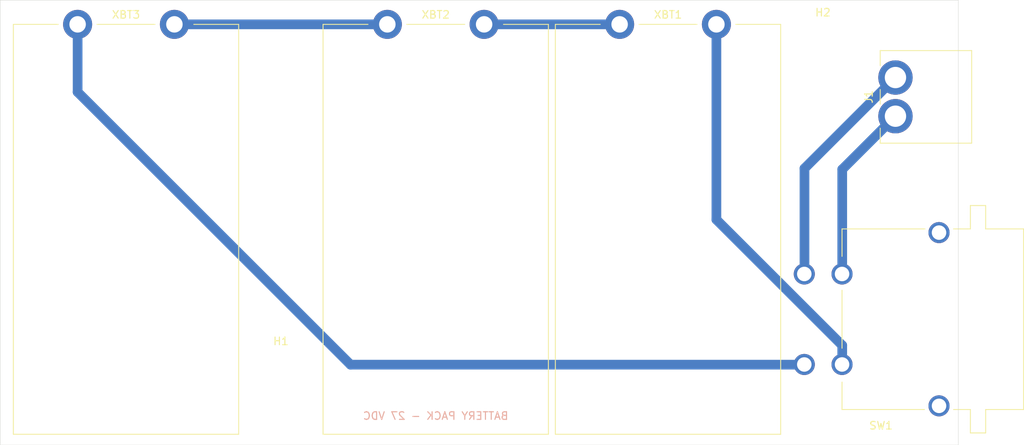
<source format=kicad_pcb>
(kicad_pcb (version 20171130) (host pcbnew "(5.1.2)-1")

  (general
    (thickness 1.6)
    (drawings 5)
    (tracks 16)
    (zones 0)
    (modules 7)
    (nets 7)
  )

  (page A4)
  (layers
    (0 F.Cu signal)
    (31 B.Cu signal)
    (32 B.Adhes user)
    (33 F.Adhes user)
    (34 B.Paste user)
    (35 F.Paste user)
    (36 B.SilkS user)
    (37 F.SilkS user)
    (38 B.Mask user)
    (39 F.Mask user)
    (40 Dwgs.User user)
    (41 Cmts.User user)
    (42 Eco1.User user)
    (43 Eco2.User user)
    (44 Edge.Cuts user)
    (45 Margin user)
    (46 B.CrtYd user)
    (47 F.CrtYd user)
    (48 B.Fab user)
    (49 F.Fab user)
  )

  (setup
    (last_trace_width 0.762)
    (trace_clearance 0.1524)
    (zone_clearance 0.508)
    (zone_45_only no)
    (trace_min 0.762)
    (via_size 1.016)
    (via_drill 0.635)
    (via_min_size 0.254)
    (via_min_drill 0.3)
    (uvia_size 0.3)
    (uvia_drill 0.1)
    (uvias_allowed no)
    (uvia_min_size 0)
    (uvia_min_drill 0.1)
    (edge_width 0.05)
    (segment_width 0.2)
    (pcb_text_width 0.3)
    (pcb_text_size 1.5 1.5)
    (mod_edge_width 0.12)
    (mod_text_size 1 1)
    (mod_text_width 0.15)
    (pad_size 1.524 1.524)
    (pad_drill 0.762)
    (pad_to_mask_clearance 0.051)
    (solder_mask_min_width 0.25)
    (aux_axis_origin 76.2 127)
    (visible_elements 7FFFFFFF)
    (pcbplotparams
      (layerselection 0x010fc_ffffffff)
      (usegerberextensions false)
      (usegerberattributes false)
      (usegerberadvancedattributes false)
      (creategerberjobfile false)
      (excludeedgelayer true)
      (linewidth 0.100000)
      (plotframeref false)
      (viasonmask false)
      (mode 1)
      (useauxorigin false)
      (hpglpennumber 1)
      (hpglpenspeed 20)
      (hpglpendiameter 15.000000)
      (psnegative false)
      (psa4output false)
      (plotreference true)
      (plotvalue true)
      (plotinvisibletext false)
      (padsonsilk false)
      (subtractmaskfromsilk false)
      (outputformat 1)
      (mirror false)
      (drillshape 1)
      (scaleselection 1)
      (outputdirectory ""))
  )

  (net 0 "")
  (net 1 "Net-(J1-Pad1)")
  (net 2 "Net-(J1-Pad2)")
  (net 3 "Net-(SW1-Pad1)")
  (net 4 "Net-(SW1-Pad2)")
  (net 5 "Net-(XBT1-Pad2)")
  (net 6 "Net-(XBT2-Pad2)")

  (net_class Default "This is the default net class."
    (clearance 0.1524)
    (trace_width 0.762)
    (via_dia 1.016)
    (via_drill 0.635)
    (uvia_dia 0.3)
    (uvia_drill 0.1)
    (diff_pair_width 0.762)
    (diff_pair_gap 0.25)
    (add_net "Net-(J1-Pad1)")
    (add_net "Net-(J1-Pad2)")
    (add_net "Net-(SW1-Pad1)")
    (add_net "Net-(SW1-Pad2)")
    (add_net "Net-(XBT1-Pad2)")
    (add_net "Net-(XBT2-Pad2)")
  )

  (module IPC_MFG:KEYSTONE_1294 (layer F.Cu) (tedit 5D3495A6) (tstamp 5D3400B3)
    (at 92.71 71.755)
    (path /5E7D7F20)
    (fp_text reference XBT3 (at 0 -1.27) (layer F.SilkS)
      (effects (font (size 1 1) (thickness 0.15)))
    )
    (fp_text value 1249 (at 16.51 38.735 90) (layer F.Fab)
      (effects (font (size 1 1) (thickness 0.15)))
    )
    (fp_line (start 3.81 0) (end -3.81 0) (layer F.SilkS) (width 0.12))
    (fp_line (start 14.7828 0) (end 8.89 0) (layer F.SilkS) (width 0.12))
    (fp_line (start 14.7828 53.848) (end 14.7828 0) (layer F.SilkS) (width 0.12))
    (fp_line (start -14.7828 53.848) (end 14.7828 53.848) (layer F.SilkS) (width 0.12))
    (fp_line (start -14.7828 0) (end -14.7828 53.848) (layer F.SilkS) (width 0.12))
    (fp_line (start -8.89 0) (end -14.7828 0) (layer F.SilkS) (width 0.12))
    (pad "" np_thru_hole circle (at 11.9126 37.465) (size 3.302 3.302) (drill 3.302) (layers *.Cu *.Mask))
    (pad "" np_thru_hole circle (at -11.9126 37.465) (size 3.302 3.302) (drill 3.302) (layers *.Cu *.Mask))
    (pad "" np_thru_hole circle (at 11.9126 15.24) (size 3.302 3.302) (drill 3.302) (layers *.Cu *.Mask))
    (pad "" np_thru_hole circle (at -11.9126 15.24) (size 3.302 3.302) (drill 3.302) (layers *.Cu *.Mask))
    (pad 1 thru_hole circle (at 6.35 0) (size 3.81 3.81) (drill 2.159) (layers *.Cu *.Mask)
      (net 6 "Net-(XBT2-Pad2)"))
    (pad 2 thru_hole circle (at -6.35 0) (size 3.81 3.81) (drill 2.159) (layers *.Cu *.Mask)
      (net 4 "Net-(SW1-Pad2)"))
  )

  (module IPC_MFG:KEYSTONE_1294 (layer F.Cu) (tedit 5D3495A6) (tstamp 5D3405CF)
    (at 163.83 71.755)
    (path /5E7D624B)
    (fp_text reference XBT1 (at 0 -1.27) (layer F.SilkS)
      (effects (font (size 1 1) (thickness 0.15)))
    )
    (fp_text value 1249 (at 16.51 51.435 90) (layer F.Fab)
      (effects (font (size 1 1) (thickness 0.15)))
    )
    (fp_line (start 3.81 0) (end -3.81 0) (layer F.SilkS) (width 0.12))
    (fp_line (start 14.7828 0) (end 8.89 0) (layer F.SilkS) (width 0.12))
    (fp_line (start 14.7828 53.848) (end 14.7828 0) (layer F.SilkS) (width 0.12))
    (fp_line (start -14.7828 53.848) (end 14.7828 53.848) (layer F.SilkS) (width 0.12))
    (fp_line (start -14.7828 0) (end -14.7828 53.848) (layer F.SilkS) (width 0.12))
    (fp_line (start -8.89 0) (end -14.7828 0) (layer F.SilkS) (width 0.12))
    (pad "" np_thru_hole circle (at 11.9126 37.465) (size 3.302 3.302) (drill 3.302) (layers *.Cu *.Mask))
    (pad "" np_thru_hole circle (at -11.9126 37.465) (size 3.302 3.302) (drill 3.302) (layers *.Cu *.Mask))
    (pad "" np_thru_hole circle (at 11.9126 15.24) (size 3.302 3.302) (drill 3.302) (layers *.Cu *.Mask))
    (pad "" np_thru_hole circle (at -11.9126 15.24) (size 3.302 3.302) (drill 3.302) (layers *.Cu *.Mask))
    (pad 1 thru_hole circle (at 6.35 0) (size 3.81 3.81) (drill 2.159) (layers *.Cu *.Mask)
      (net 3 "Net-(SW1-Pad1)"))
    (pad 2 thru_hole circle (at -6.35 0) (size 3.81 3.81) (drill 2.159) (layers *.Cu *.Mask)
      (net 5 "Net-(XBT1-Pad2)"))
  )

  (module IPC_MFG:KEYSTONE_1294 (layer F.Cu) (tedit 5D3495A6) (tstamp 5D3403EC)
    (at 133.35 71.755)
    (path /5E7D6C2F)
    (fp_text reference XBT2 (at 0 -1.27) (layer F.SilkS)
      (effects (font (size 1 1) (thickness 0.15)))
    )
    (fp_text value 1249 (at -16.51 38.735 90) (layer F.Fab)
      (effects (font (size 1 1) (thickness 0.15)))
    )
    (fp_line (start 3.81 0) (end -3.81 0) (layer F.SilkS) (width 0.12))
    (fp_line (start 14.7828 0) (end 8.89 0) (layer F.SilkS) (width 0.12))
    (fp_line (start 14.7828 53.848) (end 14.7828 0) (layer F.SilkS) (width 0.12))
    (fp_line (start -14.7828 53.848) (end 14.7828 53.848) (layer F.SilkS) (width 0.12))
    (fp_line (start -14.7828 0) (end -14.7828 53.848) (layer F.SilkS) (width 0.12))
    (fp_line (start -8.89 0) (end -14.7828 0) (layer F.SilkS) (width 0.12))
    (pad "" np_thru_hole circle (at 11.9126 37.465) (size 3.302 3.302) (drill 3.302) (layers *.Cu *.Mask))
    (pad "" np_thru_hole circle (at -11.9126 37.465) (size 3.302 3.302) (drill 3.302) (layers *.Cu *.Mask))
    (pad "" np_thru_hole circle (at 11.9126 15.24) (size 3.302 3.302) (drill 3.302) (layers *.Cu *.Mask))
    (pad "" np_thru_hole circle (at -11.9126 15.24) (size 3.302 3.302) (drill 3.302) (layers *.Cu *.Mask))
    (pad 1 thru_hole circle (at 6.35 0) (size 3.81 3.81) (drill 2.159) (layers *.Cu *.Mask)
      (net 5 "Net-(XBT1-Pad2)"))
    (pad 2 thru_hole circle (at -6.35 0) (size 3.81 3.81) (drill 2.159) (layers *.Cu *.Mask)
      (net 6 "Net-(XBT2-Pad2)"))
  )

  (module MountingHole:MountingHole_5mm (layer F.Cu) (tedit 56D1B4CB) (tstamp 5D34049F)
    (at 184.15 76.2)
    (descr "Mounting Hole 5mm, no annular")
    (tags "mounting hole 5mm no annular")
    (path /5E7E29CF)
    (attr virtual)
    (fp_text reference H2 (at 0 -6) (layer F.SilkS)
      (effects (font (size 1 1) (thickness 0.15)))
    )
    (fp_text value MountingHole (at 0 6) (layer F.Fab)
      (effects (font (size 1 1) (thickness 0.15)))
    )
    (fp_circle (center 0 0) (end 5.25 0) (layer F.CrtYd) (width 0.05))
    (fp_circle (center 0 0) (end 5 0) (layer Cmts.User) (width 0.15))
    (fp_text user %R (at 0.3 0) (layer F.Fab)
      (effects (font (size 1 1) (thickness 0.15)))
    )
    (pad 1 np_thru_hole circle (at 0 0) (size 5 5) (drill 5) (layers *.Cu *.Mask))
  )

  (module Connector_Pheonix_MSTBA:PheonixContact_MSTBA_1x02_P5.08_Horizontal (layer F.Cu) (tedit 5D32800B) (tstamp 5D340069)
    (at 193.675 81.28 90)
    (path /5E7DBAAA)
    (fp_text reference J1 (at 0 -3.5 90) (layer F.SilkS)
      (effects (font (size 1 1) (thickness 0.15)))
    )
    (fp_text value Screw_Terminal_01x02 (at 0 11.5 90) (layer F.Fab)
      (effects (font (size 1 1) (thickness 0.15)))
    )
    (fp_line (start -6.08 -2) (end -4.11 -2) (layer F.SilkS) (width 0.12))
    (fp_line (start -0.97 -2) (end 0.97 -2) (layer F.SilkS) (width 0.12))
    (fp_line (start 4.1 -2) (end 6.08 -2) (layer F.SilkS) (width 0.12))
    (fp_line (start 6.08 -2) (end 6.08 10) (layer F.SilkS) (width 0.12))
    (fp_line (start 6.08 10) (end -6.08 10) (layer F.SilkS) (width 0.12))
    (fp_line (start -6.08 10) (end -6.08 -2) (layer F.SilkS) (width 0.12))
    (pad 1 thru_hole circle (at -2.54 0 90) (size 4.508 4.508) (drill 2.8) (layers *.Cu *.Mask)
      (net 1 "Net-(J1-Pad1)"))
    (pad 2 thru_hole circle (at 2.54 0 90) (size 4.508 4.508) (drill 2.8) (layers *.Cu *.Mask)
      (net 2 "Net-(J1-Pad2)"))
  )

  (module IPC_MFG:CKSWITCHES_DF62J12S2AHQA (layer F.Cu) (tedit 5D33B574) (tstamp 5D34AA56)
    (at 199.39 110.49 180)
    (path /5E7E0CE7)
    (fp_text reference SW1 (at 7.62 -13.97) (layer F.SilkS)
      (effects (font (size 1 1) (thickness 0.15)))
    )
    (fp_text value DPST (at 7.62 13.97) (layer F.Fab)
      (effects (font (size 1 1) (thickness 0.15)))
    )
    (fp_line (start 12.7254 -11.8618) (end 12.7254 -8.255) (layer F.SilkS) (width 0.12))
    (fp_line (start 12.7254 -3.81) (end 12.7254 3.81) (layer F.SilkS) (width 0.12))
    (fp_line (start 12.7254 8.255) (end 12.7254 11.8618) (layer F.SilkS) (width 0.12))
    (fp_line (start 12.7254 11.8618) (end 1.845958 11.8618) (layer F.SilkS) (width 0.12))
    (fp_line (start -1.905 11.8618) (end -4.1148 11.8618) (layer F.SilkS) (width 0.12))
    (fp_line (start -4.1148 11.8618) (end -4.1148 14.9352) (layer F.SilkS) (width 0.12))
    (fp_line (start -4.1148 14.9352) (end -6.1214 14.9352) (layer F.SilkS) (width 0.12))
    (fp_line (start -6.1214 14.9352) (end -6.1214 11.8618) (layer F.SilkS) (width 0.12))
    (fp_line (start -6.1214 11.8618) (end -11.0998 11.8618) (layer F.SilkS) (width 0.12))
    (fp_line (start -11.0998 11.8618) (end -11.0998 -11.8618) (layer F.SilkS) (width 0.12))
    (fp_line (start -11.0998 -11.8618) (end -6.1214 -11.8618) (layer F.SilkS) (width 0.12))
    (fp_line (start -6.1214 -11.8618) (end -6.1214 -14.9352) (layer F.SilkS) (width 0.12))
    (fp_line (start -6.1214 -14.9352) (end -4.1148 -14.9352) (layer F.SilkS) (width 0.12))
    (fp_line (start -4.1148 -14.9352) (end -4.1148 -11.8618) (layer F.SilkS) (width 0.12))
    (fp_line (start -4.1148 -11.8618) (end -1.905 -11.8618) (layer F.SilkS) (width 0.12))
    (fp_line (start 12.7254 -11.8618) (end 1.905 -11.8618) (layer F.SilkS) (width 0.12))
    (pad 3 thru_hole circle (at 0 -11.3792 180) (size 2.764 2.764) (drill 1.905) (layers *.Cu *.Mask))
    (pad 1 thru_hole circle (at 12.7254 -5.9436 180) (size 2.764 2.764) (drill 1.905) (layers *.Cu *.Mask)
      (net 3 "Net-(SW1-Pad1)"))
    (pad 1A thru_hole circle (at 12.7254 5.9436 180) (size 2.764 2.764) (drill 1.905) (layers *.Cu *.Mask)
      (net 1 "Net-(J1-Pad1)"))
    (pad 2 thru_hole circle (at 17.6784 -5.9436 180) (size 2.764 2.764) (drill 1.905) (layers *.Cu *.Mask)
      (net 4 "Net-(SW1-Pad2)"))
    (pad 2A thru_hole circle (at 17.6784 5.9436 180) (size 2.764 2.764) (drill 1.905) (layers *.Cu *.Mask)
      (net 2 "Net-(J1-Pad2)"))
    (pad 4 thru_hole circle (at 0 11.3792 180) (size 2.764 2.764) (drill 1.905) (layers *.Cu *.Mask))
  )

  (module MountingHole:MountingHole_5mm (layer F.Cu) (tedit 56D1B4CB) (tstamp 5D340207)
    (at 113.03 119.38)
    (descr "Mounting Hole 5mm, no annular")
    (tags "mounting hole 5mm no annular")
    (path /5E7E2646)
    (attr virtual)
    (fp_text reference H1 (at 0 -6) (layer F.SilkS)
      (effects (font (size 1 1) (thickness 0.15)))
    )
    (fp_text value MountingHole (at 0 6) (layer F.Fab)
      (effects (font (size 1 1) (thickness 0.15)))
    )
    (fp_text user %R (at 0.3 0) (layer F.Fab)
      (effects (font (size 1 1) (thickness 0.15)))
    )
    (fp_circle (center 0 0) (end 5 0) (layer Cmts.User) (width 0.15))
    (fp_circle (center 0 0) (end 5.25 0) (layer F.CrtYd) (width 0.05))
    (pad 1 np_thru_hole circle (at 0 0) (size 5 5) (drill 5) (layers *.Cu *.Mask))
  )

  (gr_text "BATTERY PACK - 27 VDC" (at 133.35 123.19) (layer B.SilkS)
    (effects (font (size 1 1) (thickness 0.15)) (justify mirror))
  )
  (gr_line (start 201.93 127) (end 76.2 127) (layer Edge.Cuts) (width 0.05) (tstamp 5D3401D5))
  (gr_line (start 201.93 68.58) (end 201.93 127) (layer Edge.Cuts) (width 0.05))
  (gr_line (start 76.2 68.58) (end 201.93 68.58) (layer Edge.Cuts) (width 0.05))
  (gr_line (start 76.2 127) (end 76.2 68.58) (layer Edge.Cuts) (width 0.05))

  (segment (start 186.69 104.521) (end 186.6646 104.5464) (width 1.27) (layer B.Cu) (net 1))
  (segment (start 193.675 83.82) (end 186.69 90.805) (width 1.27) (layer B.Cu) (net 1))
  (segment (start 186.69 90.805) (end 186.69 104.521) (width 1.27) (layer B.Cu) (net 1))
  (segment (start 181.737 104.521) (end 181.7116 104.5464) (width 1.27) (layer B.Cu) (net 2))
  (segment (start 181.737 90.678) (end 181.737 104.521) (width 1.27) (layer B.Cu) (net 2))
  (segment (start 193.675 78.74) (end 181.737 90.678) (width 1.27) (layer B.Cu) (net 2))
  (segment (start 186.69 116.4082) (end 186.6646 116.4336) (width 1.27) (layer B.Cu) (net 3))
  (segment (start 186.69 113.919) (end 186.69 116.4082) (width 1.27) (layer B.Cu) (net 3))
  (segment (start 170.18 71.755) (end 170.18 97.409) (width 1.27) (layer B.Cu) (net 3))
  (segment (start 170.18 97.409) (end 186.69 113.919) (width 1.27) (layer B.Cu) (net 3))
  (segment (start 86.36 71.755) (end 86.36 80.645) (width 1.27) (layer B.Cu) (net 4))
  (segment (start 86.36 80.645) (end 122.174 116.459) (width 1.27) (layer B.Cu) (net 4))
  (segment (start 181.6862 116.459) (end 181.7116 116.4336) (width 1.27) (layer B.Cu) (net 4))
  (segment (start 122.174 116.459) (end 181.6862 116.459) (width 1.27) (layer B.Cu) (net 4))
  (segment (start 139.7 71.755) (end 157.48 71.755) (width 1.27) (layer B.Cu) (net 5))
  (segment (start 99.06 71.755) (end 127 71.755) (width 1.27) (layer B.Cu) (net 6))

)

</source>
